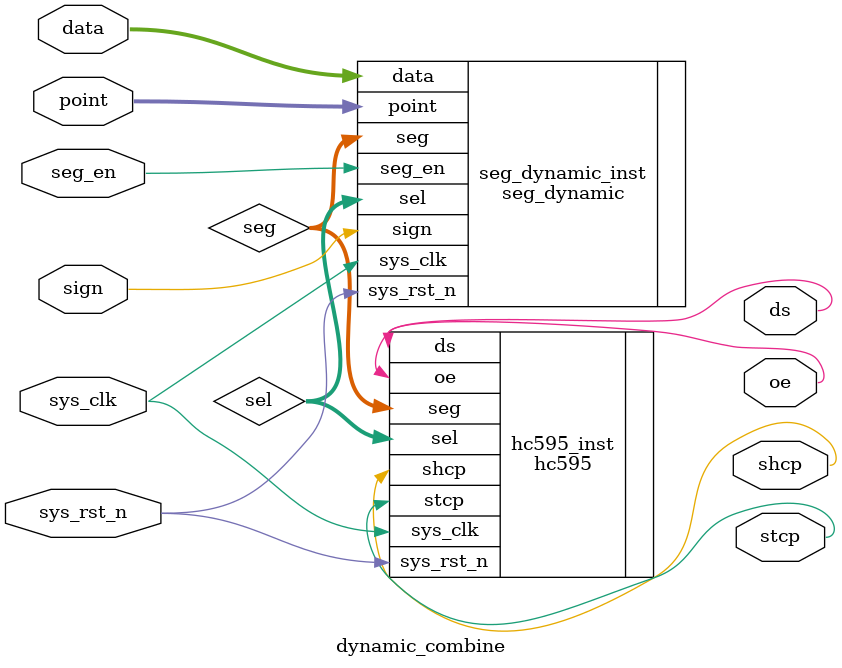
<source format=v>
module	dynamic_combine
(
	input	wire		sys_clk,
	input	wire		sys_rst_n,
	input	wire		sign,
	input	wire		seg_en,
	input	wire [19:0]	data,
	input	wire [5:0]	point,
	
	output	wire			shcp,
	output	wire			stcp,
	output	wire			oe,
	output	wire			ds

);
wire		[5:0]	sel;
wire		[7:0]	seg;

seg_dynamic seg_dynamic_inst
(
	.sys_clk  (sys_clk),
    .sys_rst_n(sys_rst_n),
	.data     (data),
    .point    (point),
    .sign     (sign),
    .seg_en   (seg_en),

	.sel      (sel),	
    .seg      (seg)
); 

hc595 hc595_inst
(
	.sys_clk	(sys_clk),
	.sys_rst_n	(sys_rst_n),
	.sel 		(sel),
	.seg 		(seg),

	.stcp		(stcp),
	.shcp		(shcp),
	.oe  		(oe),
	.ds         (ds)

);

endmodule
</source>
